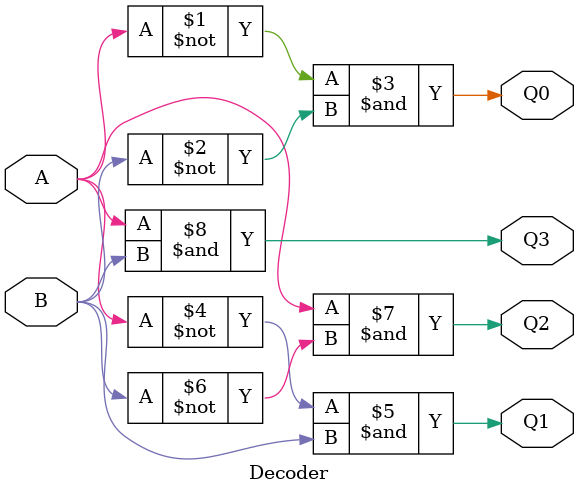
<source format=v>
module Decoder(input A,B,output Q0,Q1,Q2,Q3);
    assign Q0 = (~A)&(~B);
    assign Q1 = (~A)&(B);
    assign Q2 = (A)&(~B);
    assign Q3 = (A)&(B);
endmodule
</source>
